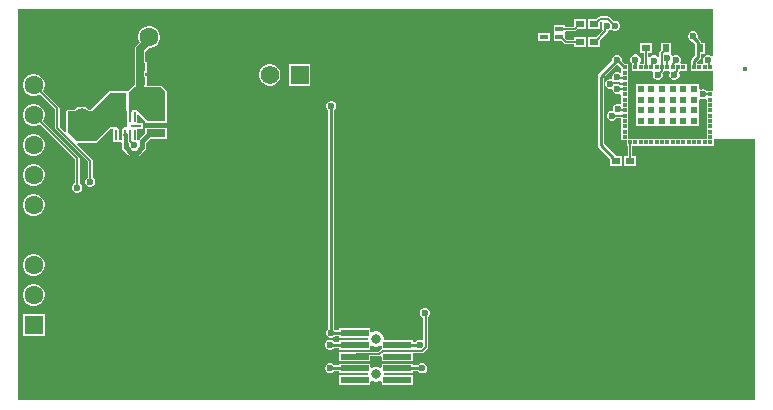
<source format=gbr>
%TF.GenerationSoftware,Altium Limited,Altium Designer,23.4.1 (23)*%
G04 Layer_Physical_Order=1*
G04 Layer_Color=255*
%FSLAX45Y45*%
%MOMM*%
%TF.SameCoordinates,38C36DA3-20F4-41F3-B595-29ED6E075D57*%
%TF.FilePolarity,Positive*%
%TF.FileFunction,Copper,L1,Top,Signal*%
%TF.Part,Single*%
G01*
G75*
%TA.AperFunction,SMDPad,CuDef*%
%ADD10R,0.43000X0.43000*%
%TA.AperFunction,BGAPad,CuDef*%
%ADD11R,0.60000X0.60000*%
%TA.AperFunction,ConnectorPad*%
%ADD12R,0.35000X0.30000*%
%TA.AperFunction,SMDPad,CuDef*%
%ADD13R,0.35000X0.35000*%
%TA.AperFunction,ConnectorPad*%
%ADD14R,0.30000X0.35000*%
%TA.AperFunction,SMDPad,CuDef*%
%ADD15R,0.75000X0.60000*%
%ADD16R,0.60000X0.64000*%
%ADD17R,2.40000X0.56000*%
%ADD18R,0.70000X0.40000*%
%ADD19R,0.86360X0.20320*%
%ADD20R,0.20320X0.86360*%
%ADD21R,1.60000X0.65000*%
%ADD22R,1.00000X0.90000*%
%ADD23R,0.90000X1.00000*%
%TA.AperFunction,Conductor*%
%ADD24C,0.20320*%
%ADD25C,0.12700*%
%ADD26C,0.38100*%
%ADD27C,0.30480*%
%ADD28C,0.25400*%
%ADD29C,0.63500*%
%TA.AperFunction,ViaPad*%
%ADD30C,1.60000*%
%TA.AperFunction,ComponentPad*%
%ADD31C,1.60000*%
%ADD32R,1.60000X1.60000*%
%ADD33C,0.80000*%
%ADD34C,1.52400*%
%ADD35C,1.57000*%
%ADD36R,1.57000X1.57000*%
%TA.AperFunction,ViaPad*%
%ADD37C,0.60000*%
G36*
X8151253Y5875000D02*
Y5486894D01*
X8138553Y5481633D01*
X8131487Y5488699D01*
X8115794Y5495200D01*
X8098807D01*
X8083113Y5488699D01*
X8071101Y5476687D01*
X8064600Y5460993D01*
Y5444006D01*
X8070236Y5430400D01*
X8065120Y5417700D01*
X8015898D01*
Y5432423D01*
X8045062Y5461587D01*
X8050676Y5469989D01*
X8052648Y5479900D01*
Y5505300D01*
X8086700D01*
Y5594700D01*
X8052598D01*
Y5600393D01*
X8050627Y5610303D01*
X8045013Y5618705D01*
X8022557Y5641161D01*
X8022700Y5641506D01*
Y5658493D01*
X8016199Y5674187D01*
X8004187Y5686199D01*
X7988494Y5692700D01*
X7971507D01*
X7955813Y5686199D01*
X7943801Y5674187D01*
X7937300Y5658493D01*
Y5641506D01*
X7943801Y5625812D01*
X7955813Y5613801D01*
X7971507Y5607300D01*
X7983168D01*
X8000803Y5589665D01*
Y5567300D01*
X8001300Y5564798D01*
Y5535002D01*
X8000852Y5532749D01*
Y5490627D01*
X7971688Y5461462D01*
X7966074Y5453060D01*
X7964103Y5443150D01*
Y5417700D01*
X7962300D01*
Y5357300D01*
X8151253D01*
Y5187700D01*
X8097301D01*
X8097301Y5187700D01*
Y5187700D01*
X8087965Y5194921D01*
X8086687Y5196199D01*
X8070993Y5202700D01*
X8054006D01*
X8045400Y5199135D01*
X8032700Y5207180D01*
Y5247700D01*
X7955400D01*
X7947300Y5247700D01*
X7934600Y5247700D01*
X7865400D01*
X7857300Y5247700D01*
X7844600Y5247700D01*
X7775400D01*
X7767300Y5247700D01*
X7754600Y5247700D01*
X7685400D01*
X7677300Y5247700D01*
X7664600Y5247700D01*
X7595400D01*
X7587300Y5247700D01*
X7574600Y5247700D01*
X7497300D01*
Y5170400D01*
X7497300Y5162300D01*
X7497300Y5149600D01*
Y5080400D01*
X7497300Y5072300D01*
X7497300Y5059599D01*
Y4990400D01*
X7497300Y4982300D01*
X7497300Y4969600D01*
Y4892300D01*
X7574600D01*
X7582700Y4892300D01*
X7595400Y4892300D01*
X7664600D01*
X7672700Y4892300D01*
X7685400Y4892300D01*
X7754600D01*
X7762700Y4892300D01*
X7775400Y4892300D01*
X7844600D01*
X7852700Y4892300D01*
X7865400Y4892300D01*
X7934600D01*
X7942700Y4892300D01*
X7955400Y4892300D01*
X8032700D01*
Y4969600D01*
X8032700Y4977700D01*
X8032700Y4990400D01*
Y5059599D01*
X8032700Y5067700D01*
X8032700Y5080400D01*
Y5112819D01*
X8045400Y5120865D01*
X8054006Y5117300D01*
X8070993D01*
X8084600Y5122936D01*
X8092577Y5119723D01*
X8097300Y5116453D01*
Y4997300D01*
Y4907300D01*
Y4782700D01*
X7432700D01*
Y4862300D01*
Y4952300D01*
Y5042300D01*
Y5132300D01*
Y5222300D01*
Y5312300D01*
Y5417700D01*
X7408925D01*
X7382700Y5443925D01*
Y5458494D01*
X7376199Y5474187D01*
X7364187Y5486199D01*
X7348493Y5492700D01*
X7331506D01*
X7315812Y5486199D01*
X7303801Y5474187D01*
X7297300Y5458494D01*
Y5443925D01*
X7181688Y5328313D01*
X7176074Y5319911D01*
X7174102Y5310000D01*
Y4732820D01*
X7176074Y4722909D01*
X7181688Y4714507D01*
X7283349Y4612846D01*
Y4556571D01*
X7383749D01*
Y4641971D01*
X7327337D01*
X7327061Y4642383D01*
X7225898Y4743547D01*
Y5299273D01*
X7333925Y5407300D01*
X7346075D01*
X7372300Y5381075D01*
Y5345280D01*
X7359600Y5340164D01*
X7345994Y5345800D01*
X7329007D01*
X7313313Y5339299D01*
X7301301Y5327287D01*
X7294800Y5311593D01*
Y5302108D01*
X7291890Y5293556D01*
X7283067Y5290374D01*
X7273820D01*
X7258126Y5283874D01*
X7246114Y5271862D01*
X7239613Y5256168D01*
Y5239181D01*
X7246114Y5223487D01*
X7258126Y5211475D01*
X7273820Y5204975D01*
X7290806D01*
X7294863Y5202264D01*
X7300349Y5195181D01*
X7306301Y5180812D01*
X7318312Y5168801D01*
X7334006Y5162300D01*
X7350993D01*
X7359600Y5165865D01*
X7372300Y5157820D01*
Y5084108D01*
X7359600Y5075622D01*
X7352534Y5078549D01*
X7335547D01*
X7319853Y5072048D01*
X7307842Y5060036D01*
X7301341Y5044342D01*
Y5027356D01*
X7298230Y5022700D01*
X7289006D01*
X7273312Y5016199D01*
X7261300Y5004187D01*
X7254800Y4988493D01*
Y4971506D01*
X7261300Y4955812D01*
X7273312Y4943801D01*
X7289006Y4937300D01*
X7305993D01*
X7321687Y4943801D01*
X7333699Y4955812D01*
X7335672Y4960577D01*
X7372300D01*
Y4862300D01*
Y4772300D01*
X7422300D01*
Y4722300D01*
X7430577D01*
Y4641971D01*
X7398349D01*
Y4556571D01*
X7498749D01*
Y4641971D01*
X7469423D01*
Y4722300D01*
X8157700D01*
Y4781376D01*
X8165000Y4786254D01*
X8504609D01*
Y2570391D01*
X2270391D01*
Y5879609D01*
X8148173D01*
X8151253Y5875000D01*
D02*
G37*
%LPC*%
G36*
X7077700Y5797700D02*
X6977300D01*
Y5739769D01*
X6971954Y5734423D01*
X6897700D01*
Y5747700D01*
X6802300D01*
Y5690401D01*
X6802300Y5682300D01*
X6802300Y5669600D01*
Y5612300D01*
X6870232D01*
X6891266Y5591266D01*
X6897568Y5587056D01*
X6905000Y5585577D01*
X6905002Y5585577D01*
X6977300D01*
Y5562300D01*
X7077700D01*
Y5647700D01*
X6977300D01*
Y5624423D01*
X6913046D01*
X6897700Y5639769D01*
X6897700Y5677700D01*
Y5686597D01*
X6906680Y5695577D01*
X6980000D01*
X6987433Y5697056D01*
X6993734Y5701266D01*
X7004768Y5712300D01*
X7077700D01*
Y5797700D01*
D02*
G37*
G36*
X7263643Y5819423D02*
X7195000D01*
X7187567Y5817945D01*
X7181266Y5813734D01*
X7165231Y5797700D01*
X7092300D01*
Y5712300D01*
X7192700D01*
Y5768965D01*
X7202262Y5777806D01*
X7208814Y5776983D01*
X7213801Y5764187D01*
X7207300Y5748493D01*
Y5731506D01*
X7213801Y5715813D01*
X7221526Y5708087D01*
Y5703995D01*
X7165231Y5647700D01*
X7092300D01*
Y5562300D01*
X7192700D01*
Y5620232D01*
X7254684Y5682215D01*
X7258894Y5688517D01*
X7260373Y5695950D01*
Y5698079D01*
X7274187Y5703801D01*
X7286199Y5715812D01*
X7287238Y5716019D01*
X7298506Y5704751D01*
X7314200Y5698250D01*
X7331187D01*
X7346881Y5704751D01*
X7358892Y5716763D01*
X7365393Y5732457D01*
Y5749444D01*
X7358892Y5765138D01*
X7346881Y5777149D01*
X7331187Y5783650D01*
X7314200D01*
X7309435Y5781677D01*
X7277378Y5813734D01*
X7271076Y5817945D01*
X7263643Y5819423D01*
D02*
G37*
G36*
X6767700Y5677700D02*
X6672300D01*
Y5612300D01*
X6767700D01*
Y5677700D01*
D02*
G37*
G36*
X7798700Y5594700D02*
X7713300D01*
Y5532768D01*
X7702216Y5521684D01*
X7698006Y5515383D01*
X7696527Y5507950D01*
Y5476520D01*
X7693350Y5474764D01*
X7683827Y5472627D01*
X7673830Y5482624D01*
X7658137Y5489124D01*
X7641150D01*
X7625456Y5482624D01*
X7617123Y5474291D01*
X7604423Y5479494D01*
Y5507300D01*
X7632700D01*
Y5592700D01*
X7532300D01*
Y5507300D01*
X7565577D01*
Y5417700D01*
X7536047D01*
X7530786Y5430400D01*
X7531199Y5430813D01*
X7537700Y5446507D01*
Y5463494D01*
X7531199Y5479188D01*
X7519188Y5491199D01*
X7503494Y5497700D01*
X7486507D01*
X7470813Y5491199D01*
X7458801Y5479188D01*
X7452300Y5463494D01*
Y5446507D01*
X7458801Y5430813D01*
X7461583Y5428031D01*
X7467300Y5417699D01*
Y5357300D01*
X7637820D01*
X7644401Y5344600D01*
X7639800Y5333494D01*
Y5316507D01*
X7646301Y5300813D01*
X7658313Y5288801D01*
X7674006Y5282300D01*
X7690994D01*
X7706687Y5288801D01*
X7718699Y5300813D01*
X7725200Y5316507D01*
Y5333494D01*
X7723226Y5338258D01*
X7730917Y5345949D01*
X7730918Y5345949D01*
X7735128Y5352251D01*
X7736132Y5357300D01*
X7778020D01*
X7785948Y5344600D01*
X7782300Y5335793D01*
Y5318806D01*
X7788801Y5303112D01*
X7800813Y5291101D01*
X7816507Y5284600D01*
X7833494D01*
X7849188Y5291101D01*
X7861199Y5303112D01*
X7867700Y5318806D01*
Y5335793D01*
X7863866Y5345048D01*
X7871219Y5357300D01*
X7927700D01*
Y5417700D01*
X7879185D01*
X7872922Y5430400D01*
X7877748Y5442049D01*
Y5459036D01*
X7871247Y5474730D01*
X7859235Y5486741D01*
X7843541Y5493242D01*
X7826554D01*
X7812226Y5487307D01*
X7802204Y5493336D01*
X7798701Y5505300D01*
X7798700Y5505300D01*
X7798700Y5505300D01*
Y5594700D01*
D02*
G37*
G36*
X4743200Y5416200D02*
X4560800D01*
Y5233800D01*
X4743200D01*
Y5416200D01*
D02*
G37*
G36*
X4410007D02*
X4385994D01*
X4362798Y5409985D01*
X4342002Y5397978D01*
X4325022Y5380998D01*
X4313015Y5360202D01*
X4306800Y5337007D01*
Y5312993D01*
X4313015Y5289798D01*
X4325022Y5269002D01*
X4342002Y5252022D01*
X4362798Y5240015D01*
X4385994Y5233800D01*
X4410007D01*
X4433202Y5240015D01*
X4453998Y5252022D01*
X4470978Y5269002D01*
X4482985Y5289798D01*
X4489200Y5312993D01*
Y5337007D01*
X4482985Y5360202D01*
X4470978Y5380998D01*
X4453998Y5397978D01*
X4433202Y5409985D01*
X4410007Y5416200D01*
D02*
G37*
G36*
X3389818Y5737707D02*
X3365410D01*
X3341833Y5731389D01*
X3320695Y5719185D01*
X3303436Y5701926D01*
X3291232Y5680787D01*
X3284914Y5657211D01*
Y5632803D01*
X3291232Y5609226D01*
X3295851Y5601225D01*
X3267953Y5573326D01*
X3258129Y5558623D01*
X3254679Y5541280D01*
Y5245480D01*
X3250000Y5233747D01*
X3240280Y5229721D01*
Y5229720D01*
X3200797Y5190237D01*
X3189720Y5184720D01*
X3180000Y5188747D01*
X3047500D01*
X3037780Y5184720D01*
X2884306Y5031246D01*
X2865577D01*
X2859586Y5037238D01*
X2839314Y5048942D01*
X2816704Y5055000D01*
X2793296D01*
X2770686Y5048942D01*
X2750414Y5037238D01*
X2744423Y5031246D01*
X2690000D01*
X2680280Y5027220D01*
X2676253Y5017500D01*
Y4848226D01*
X2663553Y4842965D01*
X2619423Y4887096D01*
Y5041000D01*
X2617944Y5048433D01*
X2613734Y5054734D01*
X2477915Y5190553D01*
X2486382Y5205219D01*
X2492700Y5228796D01*
Y5253204D01*
X2486382Y5276781D01*
X2474178Y5297919D01*
X2456919Y5315178D01*
X2435781Y5327382D01*
X2412204Y5333700D01*
X2387796D01*
X2364219Y5327382D01*
X2343081Y5315178D01*
X2325822Y5297919D01*
X2313618Y5276781D01*
X2307300Y5253204D01*
Y5228796D01*
X2313618Y5205219D01*
X2325822Y5184081D01*
X2343081Y5166822D01*
X2364219Y5154618D01*
X2387796Y5148300D01*
X2412204D01*
X2435781Y5154618D01*
X2450447Y5163085D01*
X2580577Y5032955D01*
Y4879050D01*
X2582055Y4871617D01*
X2586266Y4865316D01*
X2860577Y4591005D01*
Y4458173D01*
X2855813Y4456199D01*
X2843801Y4444187D01*
X2837300Y4428494D01*
Y4411507D01*
X2843801Y4395813D01*
X2855813Y4383801D01*
X2871507Y4377300D01*
X2888494D01*
X2904187Y4383801D01*
X2916199Y4395813D01*
X2922700Y4411507D01*
Y4428494D01*
X2916199Y4444187D01*
X2904187Y4456199D01*
X2899423Y4458173D01*
Y4599049D01*
X2899423Y4599050D01*
X2897945Y4606483D01*
X2893734Y4612784D01*
X2767965Y4738554D01*
X2773226Y4751254D01*
X2927500D01*
X2937220Y4755280D01*
X2937221Y4755280D01*
X3048194Y4866253D01*
X3072873D01*
Y4758421D01*
X3137087D01*
X3138765Y4757370D01*
X3146524Y4745721D01*
X3145261Y4739371D01*
Y4713469D01*
X3147725Y4701080D01*
X3154743Y4690578D01*
X3201541Y4643780D01*
X3212043Y4636763D01*
X3224431Y4634299D01*
X3275586D01*
X3287975Y4636763D01*
X3298477Y4643780D01*
X3343792Y4689096D01*
X3350810Y4699598D01*
X3353274Y4711986D01*
Y4748560D01*
X3388814Y4784101D01*
X3528433D01*
Y4874501D01*
X3343034D01*
Y4829882D01*
X3298011Y4784859D01*
X3291294Y4774806D01*
X3290336Y4774607D01*
X3278594Y4777048D01*
Y4868911D01*
X3324324D01*
Y4914631D01*
X3278594D01*
Y4982872D01*
X3290327Y4987732D01*
X3343034Y4935026D01*
Y4919101D01*
X3364161D01*
X3365000Y4918753D01*
X3365001Y4918753D01*
X3515000D01*
X3515838Y4919101D01*
X3528433D01*
Y4931744D01*
X3528747Y4932500D01*
Y5182499D01*
X3528748Y5182500D01*
X3524721Y5192221D01*
X3524719Y5192221D01*
X3484720Y5232220D01*
X3475000Y5236247D01*
X3468964Y5233746D01*
X3358414D01*
Y5314057D01*
X3345321D01*
Y5342800D01*
X3361200D01*
Y5432200D01*
X3345321D01*
Y5522507D01*
X3375121Y5552307D01*
X3389818D01*
X3413395Y5558624D01*
X3434533Y5570828D01*
X3451792Y5588088D01*
X3463996Y5609226D01*
X3470314Y5632803D01*
Y5657211D01*
X3463996Y5680787D01*
X3451792Y5701926D01*
X3434533Y5719185D01*
X3413395Y5731389D01*
X3389818Y5737707D01*
D02*
G37*
G36*
X2412204Y4825700D02*
X2387796D01*
X2364219Y4819382D01*
X2343081Y4807178D01*
X2325822Y4789919D01*
X2313618Y4768781D01*
X2307300Y4745204D01*
Y4720796D01*
X2313618Y4697219D01*
X2325822Y4676081D01*
X2343081Y4658822D01*
X2364219Y4646618D01*
X2387796Y4640300D01*
X2412204D01*
X2435781Y4646618D01*
X2456919Y4658822D01*
X2474178Y4676081D01*
X2486382Y4697219D01*
X2492700Y4720796D01*
Y4745204D01*
X2486382Y4768781D01*
X2474178Y4789919D01*
X2456919Y4807178D01*
X2435781Y4819382D01*
X2412204Y4825700D01*
D02*
G37*
G36*
Y4571700D02*
X2387796D01*
X2364219Y4565382D01*
X2343081Y4553178D01*
X2325822Y4535919D01*
X2313618Y4514781D01*
X2307300Y4491204D01*
Y4466796D01*
X2313618Y4443219D01*
X2325822Y4422081D01*
X2343081Y4404822D01*
X2364219Y4392618D01*
X2387796Y4386300D01*
X2412204D01*
X2435781Y4392618D01*
X2456919Y4404822D01*
X2474178Y4422081D01*
X2486382Y4443219D01*
X2492700Y4466796D01*
Y4491204D01*
X2486382Y4514781D01*
X2474178Y4535919D01*
X2456919Y4553178D01*
X2435781Y4565382D01*
X2412204Y4571700D01*
D02*
G37*
G36*
Y5079700D02*
X2387796D01*
X2364219Y5073382D01*
X2343081Y5061178D01*
X2325822Y5043919D01*
X2313618Y5022781D01*
X2307300Y4999204D01*
Y4974796D01*
X2313618Y4951219D01*
X2325822Y4930081D01*
X2343081Y4912822D01*
X2364219Y4900618D01*
X2387796Y4894300D01*
X2412204D01*
X2435781Y4900618D01*
X2450447Y4909085D01*
X2749627Y4609904D01*
Y4409123D01*
X2744863Y4407149D01*
X2732851Y4395138D01*
X2726350Y4379444D01*
Y4362457D01*
X2732851Y4346763D01*
X2744863Y4334751D01*
X2760557Y4328250D01*
X2777544D01*
X2793237Y4334751D01*
X2805249Y4346763D01*
X2811750Y4362457D01*
Y4379444D01*
X2805249Y4395138D01*
X2793237Y4407149D01*
X2788473Y4409123D01*
Y4617950D01*
X2786995Y4625383D01*
X2782784Y4631684D01*
X2477915Y4936553D01*
X2486382Y4951219D01*
X2492700Y4974796D01*
Y4999204D01*
X2486382Y5022781D01*
X2474178Y5043919D01*
X2456919Y5061178D01*
X2435781Y5073382D01*
X2412204Y5079700D01*
D02*
G37*
G36*
Y4317700D02*
X2387796D01*
X2364219Y4311382D01*
X2343081Y4299178D01*
X2325822Y4281919D01*
X2313618Y4260781D01*
X2307300Y4237204D01*
Y4212796D01*
X2313618Y4189219D01*
X2325822Y4168081D01*
X2343081Y4150822D01*
X2364219Y4138618D01*
X2387796Y4132300D01*
X2412204D01*
X2435781Y4138618D01*
X2456919Y4150822D01*
X2474178Y4168081D01*
X2486382Y4189219D01*
X2492700Y4212796D01*
Y4237204D01*
X2486382Y4260781D01*
X2474178Y4281919D01*
X2456919Y4299178D01*
X2435781Y4311382D01*
X2412204Y4317700D01*
D02*
G37*
G36*
Y3809700D02*
X2387796D01*
X2364219Y3803382D01*
X2343081Y3791178D01*
X2325822Y3773919D01*
X2313618Y3752781D01*
X2307300Y3729204D01*
Y3704796D01*
X2313618Y3681219D01*
X2325822Y3660081D01*
X2343081Y3642822D01*
X2364219Y3630618D01*
X2387796Y3624300D01*
X2412204D01*
X2435781Y3630618D01*
X2456919Y3642822D01*
X2474178Y3660081D01*
X2486382Y3681219D01*
X2492700Y3704796D01*
Y3729204D01*
X2486382Y3752781D01*
X2474178Y3773919D01*
X2456919Y3791178D01*
X2435781Y3803382D01*
X2412204Y3809700D01*
D02*
G37*
G36*
Y3555700D02*
X2387796D01*
X2364219Y3549382D01*
X2343081Y3537178D01*
X2325822Y3519919D01*
X2313618Y3498781D01*
X2307300Y3475204D01*
Y3450796D01*
X2313618Y3427219D01*
X2325822Y3406081D01*
X2343081Y3388822D01*
X2364219Y3376618D01*
X2387796Y3370300D01*
X2412204D01*
X2435781Y3376618D01*
X2456919Y3388822D01*
X2474178Y3406081D01*
X2486382Y3427219D01*
X2492700Y3450796D01*
Y3475204D01*
X2486382Y3498781D01*
X2474178Y3519919D01*
X2456919Y3537178D01*
X2435781Y3549382D01*
X2412204Y3555700D01*
D02*
G37*
G36*
X2492700Y3301700D02*
X2307300D01*
Y3116300D01*
X2492700D01*
Y3301700D01*
D02*
G37*
G36*
X4928493Y5102700D02*
X4911506D01*
X4895812Y5096199D01*
X4883801Y5084187D01*
X4877300Y5068493D01*
Y5051506D01*
X4883801Y5035812D01*
X4894102Y5025511D01*
Y3174489D01*
X4883801Y3164187D01*
X4877300Y3148494D01*
Y3131507D01*
X4883801Y3115813D01*
X4895812Y3103801D01*
X4911506Y3097300D01*
X4928493D01*
X4944187Y3103801D01*
X4954489Y3114102D01*
X4984800D01*
Y3099300D01*
X5231930D01*
X5232500Y3098557D01*
Y3081443D01*
X5231930Y3080700D01*
X4984800D01*
Y3065898D01*
X4944489D01*
X4934187Y3076199D01*
X4918494Y3082700D01*
X4901507D01*
X4885813Y3076199D01*
X4873801Y3064187D01*
X4867300Y3048494D01*
Y3031507D01*
X4873801Y3015813D01*
X4885813Y3003801D01*
X4901507Y2997300D01*
X4918494D01*
X4934187Y3003801D01*
X4944489Y3014102D01*
X4984800D01*
Y2999300D01*
X5250200D01*
Y3028343D01*
X5262900Y3034921D01*
X5272411Y3029430D01*
X5288942Y3025000D01*
X5306057D01*
X5322589Y3029430D01*
X5332100Y3034921D01*
X5344800Y3028343D01*
Y3007948D01*
X5339491Y3004401D01*
X5316164Y2981073D01*
X5139150D01*
X5137274Y2980700D01*
X4984800D01*
Y2899300D01*
X5250200D01*
Y2942227D01*
X5324209D01*
X5331642Y2943705D01*
X5332100Y2944011D01*
X5344800Y2937223D01*
Y2899300D01*
X5610200D01*
Y2971243D01*
X5690034D01*
X5697467Y2972722D01*
X5703768Y2976932D01*
X5732784Y3005949D01*
X5736995Y3012250D01*
X5738473Y3019683D01*
Y3278087D01*
X5746199Y3285813D01*
X5752700Y3301506D01*
Y3318493D01*
X5746199Y3334187D01*
X5734187Y3346199D01*
X5718494Y3352700D01*
X5701507D01*
X5685813Y3346199D01*
X5673801Y3334187D01*
X5667300Y3318493D01*
Y3301506D01*
X5673801Y3285813D01*
X5685813Y3273801D01*
X5699627Y3268079D01*
Y3087353D01*
X5686927Y3079207D01*
X5678494Y3082700D01*
X5661507D01*
X5645813Y3076199D01*
X5635511Y3065898D01*
X5610200D01*
Y3080700D01*
X5363070D01*
X5362500Y3081443D01*
Y3098557D01*
X5358070Y3115089D01*
X5349513Y3129911D01*
X5337411Y3142013D01*
X5322589Y3150570D01*
X5306057Y3155000D01*
X5288942D01*
X5272411Y3150570D01*
X5262900Y3145079D01*
X5250200Y3151657D01*
Y3180700D01*
X4984800D01*
Y3165898D01*
X4954489D01*
X4945897Y3174489D01*
Y5025511D01*
X4956199Y5035812D01*
X4962700Y5051506D01*
Y5068493D01*
X4956199Y5084187D01*
X4944187Y5096199D01*
X4928493Y5102700D01*
D02*
G37*
G36*
X5698494Y2882700D02*
X5681507D01*
X5665813Y2876199D01*
X5655511Y2865897D01*
X5610200D01*
Y2880700D01*
X5344800D01*
Y2851657D01*
X5332100Y2845079D01*
X5322589Y2850570D01*
X5306057Y2855000D01*
X5288942D01*
X5272411Y2850570D01*
X5262900Y2845079D01*
X5250200Y2851657D01*
Y2880700D01*
X4984800D01*
Y2865897D01*
X4944489D01*
X4934187Y2876199D01*
X4918494Y2882700D01*
X4901507D01*
X4885813Y2876199D01*
X4873801Y2864187D01*
X4867300Y2848493D01*
Y2831506D01*
X4873801Y2815813D01*
X4885813Y2803801D01*
X4901507Y2797300D01*
X4918494D01*
X4934187Y2803801D01*
X4944489Y2814102D01*
X4984800D01*
Y2799300D01*
X5231930D01*
X5232500Y2798557D01*
Y2781443D01*
X5231930Y2780700D01*
X4984800D01*
Y2699300D01*
X5250200D01*
Y2728343D01*
X5262900Y2734921D01*
X5272411Y2729430D01*
X5288942Y2725000D01*
X5306057D01*
X5322589Y2729430D01*
X5332100Y2734921D01*
X5344800Y2728343D01*
Y2699300D01*
X5610200D01*
Y2780700D01*
X5363070D01*
X5362500Y2781443D01*
Y2798557D01*
X5363070Y2799300D01*
X5610200D01*
Y2814102D01*
X5655511D01*
X5665813Y2803801D01*
X5681507Y2797300D01*
X5698494D01*
X5714187Y2803801D01*
X5726199Y2815813D01*
X5732700Y2831506D01*
Y2848493D01*
X5726199Y2864187D01*
X5714187Y2876199D01*
X5698494Y2882700D01*
D02*
G37*
%LPD*%
G36*
X3515000Y5182500D02*
Y4932500D01*
X3365000D01*
X3278594Y5018906D01*
Y5025121D01*
X3232874D01*
Y5017874D01*
X3227500Y5012500D01*
Y4927500D01*
X3205000D01*
Y5175000D01*
X3250000Y5220000D01*
X3472500D01*
X3475000Y5222500D01*
X3515000Y5182500D01*
D02*
G37*
G36*
X3180000Y5027500D02*
X3187500Y5020000D01*
Y4882500D01*
X3162500D01*
X3145000Y4865000D01*
Y4772500D01*
X3125000D01*
Y4865000D01*
X3107500Y4882500D01*
X3105000Y4880000D01*
X3042500D01*
X2927500Y4765000D01*
X2765000D01*
X2690000Y4840000D01*
Y5017500D01*
X2890000D01*
X3047500Y5175000D01*
X3180000D01*
Y5027500D01*
D02*
G37*
D10*
X8423500Y4765000D02*
D03*
Y5375000D02*
D03*
D11*
X7900000Y5025000D02*
D03*
X7810000D02*
D03*
X7720000D02*
D03*
X7630000D02*
D03*
Y5115000D02*
D03*
X7720000D02*
D03*
X7810000D02*
D03*
X7900000D02*
D03*
X7990000D02*
D03*
Y5025000D02*
D03*
X7540000D02*
D03*
Y5115000D02*
D03*
X7990000Y4935000D02*
D03*
X7900000D02*
D03*
X7810000D02*
D03*
X7720000D02*
D03*
X7630000D02*
D03*
X7540000D02*
D03*
Y5205000D02*
D03*
X7630000D02*
D03*
X7720000D02*
D03*
X7810000D02*
D03*
X7900000D02*
D03*
X7990000D02*
D03*
D12*
X8127500Y5340000D02*
D03*
Y5295000D02*
D03*
Y5250000D02*
D03*
Y5205000D02*
D03*
Y5160000D02*
D03*
Y5115000D02*
D03*
Y5070000D02*
D03*
Y5025000D02*
D03*
Y4980000D02*
D03*
Y4935000D02*
D03*
Y4890000D02*
D03*
Y4845000D02*
D03*
Y4800000D02*
D03*
X7402500Y4800000D02*
D03*
Y4845000D02*
D03*
Y4890000D02*
D03*
Y4935000D02*
D03*
Y4980000D02*
D03*
Y5025000D02*
D03*
Y5070000D02*
D03*
Y5115000D02*
D03*
Y5160000D02*
D03*
Y5205000D02*
D03*
Y5250000D02*
D03*
Y5295000D02*
D03*
Y5340000D02*
D03*
D13*
Y4752500D02*
D03*
Y5387500D02*
D03*
X8127500Y4752500D02*
D03*
Y5387500D02*
D03*
D14*
X8080000Y4752500D02*
D03*
X8035000D02*
D03*
X7990000D02*
D03*
X7945000D02*
D03*
X7900000D02*
D03*
X7855000D02*
D03*
X7810000D02*
D03*
X7765000D02*
D03*
X7720000D02*
D03*
X7675000D02*
D03*
X7630000D02*
D03*
X7585000D02*
D03*
X7540000D02*
D03*
X7495000D02*
D03*
X7450000D02*
D03*
Y5387500D02*
D03*
X7495000D02*
D03*
X7540000D02*
D03*
X7585000D02*
D03*
X7630000D02*
D03*
X7675000D02*
D03*
X7720000D02*
D03*
X7765000D02*
D03*
X7810000D02*
D03*
X7855000D02*
D03*
X7900000D02*
D03*
X7945000D02*
D03*
X7990000D02*
D03*
X8035000D02*
D03*
X8080000D02*
D03*
D15*
X7333549Y4599271D02*
D03*
X7448549D02*
D03*
X7467500Y5550000D02*
D03*
X7582500D02*
D03*
X7027500Y5605000D02*
D03*
X7142500D02*
D03*
X7027500Y5755000D02*
D03*
X7142500D02*
D03*
D16*
X7844000Y5550000D02*
D03*
X7756000D02*
D03*
X3318500Y5387500D02*
D03*
X3406500D02*
D03*
X8044000Y5550000D02*
D03*
X7956000D02*
D03*
X3315714Y5269357D02*
D03*
X3403714D02*
D03*
D17*
X5477500Y2740000D02*
D03*
X5117500D02*
D03*
X5477500Y2840000D02*
D03*
X5117500D02*
D03*
X5477500Y2940000D02*
D03*
X5117500D02*
D03*
X5477500Y3040000D02*
D03*
X5117500D02*
D03*
X5477500Y3140000D02*
D03*
X5117500D02*
D03*
D18*
X6850000Y5645000D02*
D03*
X6720000D02*
D03*
Y5715000D02*
D03*
X6850000D02*
D03*
D19*
X3083024Y4891771D02*
D03*
X3268444D02*
D03*
D20*
X3095733Y4969241D02*
D03*
X3135734D02*
D03*
X3175734D02*
D03*
X3215733D02*
D03*
X3255734D02*
D03*
Y4814301D02*
D03*
X3215733D02*
D03*
X3175734D02*
D03*
X3135734D02*
D03*
X3095733D02*
D03*
D21*
X3435734Y4829301D02*
D03*
Y4964301D02*
D03*
D22*
X3120000Y5237500D02*
D03*
Y5102500D02*
D03*
D23*
X3578234Y5139301D02*
D03*
X3443234D02*
D03*
D24*
X3250009Y4728421D02*
Y4734357D01*
X3215733Y4768632D02*
Y4814301D01*
Y4768632D02*
X3250009Y4734357D01*
D25*
X3245986Y4724398D02*
X3250009Y4728421D01*
X7717183Y5384683D02*
X7720000Y5387500D01*
X7717183Y5359683D02*
Y5384683D01*
X7682500Y5325000D02*
X7717183Y5359683D01*
X7288688Y5254050D02*
X7362817D01*
X7337500Y5303100D02*
X7341550Y5299050D01*
X7335600Y5303100D02*
X7337500D01*
X7398450Y5299050D02*
X7402500Y5295000D01*
X7282313Y5247675D02*
X7288688Y5254050D01*
X7341550Y5299050D02*
X7398450D01*
X2400000Y5241000D02*
X2600000Y5041000D01*
Y4879050D02*
Y5041000D01*
Y4879050D02*
X2880000Y4599050D01*
Y4420000D02*
Y4599050D01*
X2400000Y4987000D02*
X2769050Y4617950D01*
Y4370950D02*
Y4617950D01*
X5710000Y3310000D02*
X5719050Y3300950D01*
X5353226Y2990667D02*
X5690034D01*
X5719050Y3019683D01*
Y3300950D01*
X5324209Y2961650D02*
X5353226Y2990667D01*
X5139150Y2961650D02*
X5324209D01*
X5117500Y2940000D02*
X5139150Y2961650D01*
X8107300Y5452500D02*
Y5467300D01*
Y5452500D02*
X8116350Y5443450D01*
Y5398650D02*
Y5443450D01*
Y5398650D02*
X8127500Y5387500D01*
X7342500Y5205000D02*
X7402500D01*
X7366867Y5250000D02*
X7402500D01*
X7362817Y5254050D02*
X7366867Y5250000D01*
X6850000Y5715000D02*
X6980000D01*
X7020000Y5755000D01*
X7027500D01*
X6905000Y5605000D02*
X7027500D01*
X6865000Y5645000D02*
X6905000Y5605000D01*
X6850000Y5645000D02*
X6865000D01*
X7142500Y5605000D02*
X7150000D01*
X7240949Y5695950D01*
Y5730950D01*
X7250000Y5740000D01*
X7263643Y5800000D02*
X7322693Y5740950D01*
X7195000Y5800000D02*
X7263643D01*
X7142500Y5755000D02*
X7150000D01*
X7195000Y5800000D01*
X7297500Y4980000D02*
X7402500D01*
X7397075Y5030424D02*
X7402500Y5025000D01*
X7349465Y5030424D02*
X7397075D01*
X7344041Y5035849D02*
X7349465Y5030424D01*
X7450000Y4600722D02*
Y4752500D01*
X7448549Y4599271D02*
X7450000Y4600722D01*
X8062500Y5160000D02*
X8127500D01*
X7649643Y5446424D02*
X7657500Y5454281D01*
X7649643Y5433625D02*
Y5446424D01*
X7638650Y5422632D02*
X7649643Y5433625D01*
X7638650Y5396150D02*
Y5422632D01*
X7630000Y5387500D02*
X7638650Y5396150D01*
X7585000Y5387500D02*
Y5547500D01*
X7825000Y5327300D02*
Y5340099D01*
X7846350Y5361449D01*
Y5378850D01*
X7855000Y5387500D01*
X7827500Y5458090D02*
X7835048Y5450542D01*
Y5446301D02*
Y5450542D01*
X7810000Y5421253D02*
X7835048Y5446301D01*
X7810000Y5387500D02*
Y5421253D01*
X7715950Y5449683D02*
X7720000Y5445634D01*
X7715950Y5449683D02*
Y5507950D01*
X7720000Y5387500D02*
Y5445634D01*
X7765000Y5387500D02*
Y5470000D01*
X7715950Y5507950D02*
X7756000Y5548000D01*
Y5550000D01*
X7582500D02*
X7585000Y5547500D01*
D26*
X3177633Y4713469D02*
X3224431Y4666671D01*
X3177633Y4713469D02*
Y4739371D01*
X3224431Y4666671D02*
X3275586D01*
X3320902Y4761969D02*
X3388234Y4829301D01*
X3320902Y4711986D02*
Y4761969D01*
X3275586Y4666671D02*
X3320902Y4711986D01*
X3388234Y4829301D02*
X3435734D01*
D27*
X3175734Y4814301D02*
X3177633Y4812401D01*
Y4739371D02*
Y4812401D01*
D28*
X7200000Y5310000D02*
X7340000Y5450000D01*
X7200000Y4732820D02*
Y5310000D01*
X7326049Y4599271D02*
X7333549D01*
X7308749Y4616571D02*
X7326049Y4599271D01*
X7308749Y4616571D02*
Y4624071D01*
X7200000Y4732820D02*
X7308749Y4624071D01*
X4920000Y3140000D02*
Y5060000D01*
X5477500Y3040000D02*
X5670000D01*
X8026700Y5567300D02*
X8044000Y5550000D01*
X8026700Y5567300D02*
Y5600393D01*
X7980000Y5647093D02*
X8026700Y5600393D01*
X7980000Y5647093D02*
Y5650000D01*
X4920000Y3140000D02*
X5117500D01*
X4910000Y3040000D02*
X5117500D01*
X5477500Y2840000D02*
X5690000D01*
X4910000D02*
X5117500D01*
X7340000Y5450000D02*
X7402500Y5387500D01*
X7495000D02*
Y5455000D01*
X7990000Y5387500D02*
Y5443150D01*
X8026750Y5479900D01*
Y5532749D01*
X8044000Y5550000D01*
D29*
X3300000Y5176498D02*
Y5541280D01*
Y5176498D02*
X3337198Y5139301D01*
X3443234D01*
X3377614Y5618894D02*
Y5645007D01*
X3300000Y5541280D02*
X3377614Y5618894D01*
D30*
Y5645007D02*
D03*
D31*
X2400000Y5241000D02*
D03*
Y4987000D02*
D03*
Y4733000D02*
D03*
Y4225000D02*
D03*
Y3717000D02*
D03*
Y3463000D02*
D03*
Y3971000D02*
D03*
Y4479000D02*
D03*
D32*
Y3209000D02*
D03*
D33*
X5297500Y2790000D02*
D03*
Y3090000D02*
D03*
D34*
X2805000Y3467500D02*
D03*
Y4966100D02*
D03*
D35*
X4398000Y5325000D02*
D03*
D36*
X4652000D02*
D03*
D37*
X3250009Y4728421D02*
D03*
X7682500Y5325000D02*
D03*
X7282313Y5247675D02*
D03*
X7337500Y5303100D02*
D03*
X7900000Y5025000D02*
D03*
X4920000Y5060000D02*
D03*
X5710000Y3310000D02*
D03*
X5670000Y3040000D02*
D03*
X8107300Y5452500D02*
D03*
X2769050Y4370950D02*
D03*
X2880000Y4420000D02*
D03*
X7342500Y5205000D02*
D03*
X7250000Y5740000D02*
D03*
X7322693Y5740950D02*
D03*
X7980000Y5650000D02*
D03*
X4920000Y3140000D02*
D03*
X4910000Y3040000D02*
D03*
X5690000Y2840000D02*
D03*
X4910000D02*
D03*
X7340000Y5450000D02*
D03*
X7495000Y5455000D02*
D03*
X3315000Y5150000D02*
D03*
X3285000Y5075000D02*
D03*
X3237500Y5142500D02*
D03*
X7297500Y4980000D02*
D03*
X7344041Y5035849D02*
D03*
X8062500Y5160000D02*
D03*
X7649643Y5446424D02*
D03*
X7825000Y5327300D02*
D03*
X7835048Y5450542D02*
D03*
X7765000Y5470000D02*
D03*
%TF.MD5,d2ba31eb647f17076d9c536b732afd8b*%
M02*

</source>
